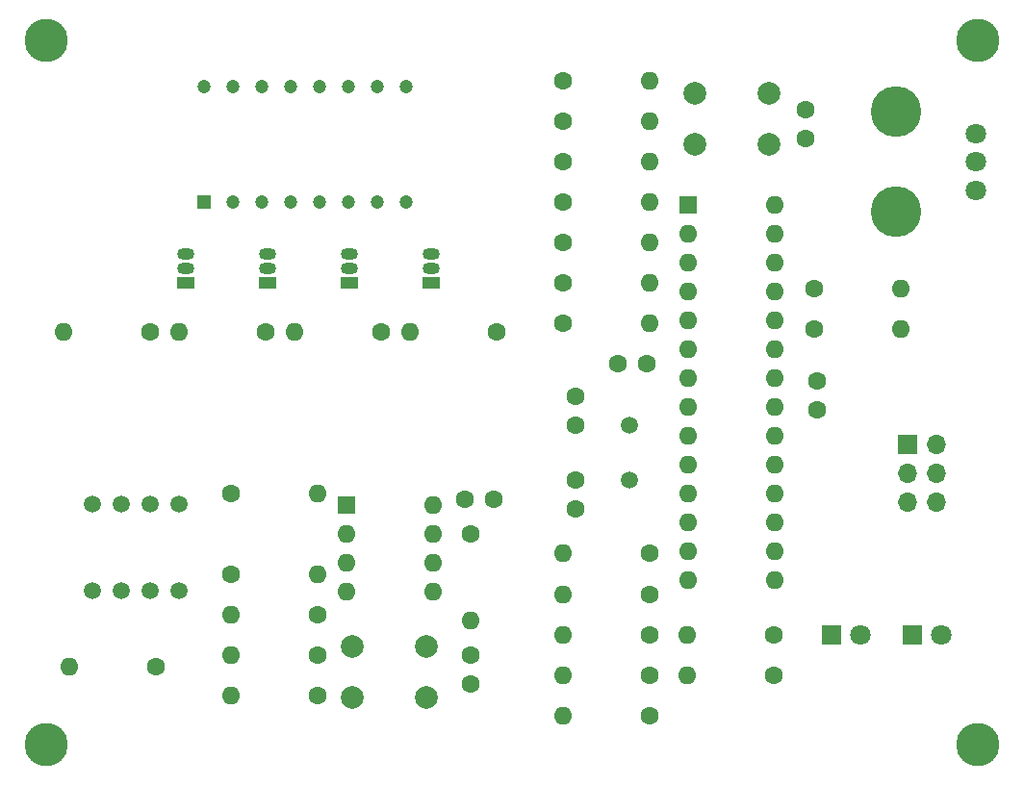
<source format=gbr>
%TF.GenerationSoftware,KiCad,Pcbnew,7.0.0-da2b9df05c~171~ubuntu22.04.1*%
%TF.CreationDate,2023-03-13T21:40:03+08:00*%
%TF.ProjectId,circuit,63697263-7569-4742-9e6b-696361645f70,1.0*%
%TF.SameCoordinates,Original*%
%TF.FileFunction,Soldermask,Top*%
%TF.FilePolarity,Negative*%
%FSLAX46Y46*%
G04 Gerber Fmt 4.6, Leading zero omitted, Abs format (unit mm)*
G04 Created by KiCad (PCBNEW 7.0.0-da2b9df05c~171~ubuntu22.04.1) date 2023-03-13 21:40:03*
%MOMM*%
%LPD*%
G01*
G04 APERTURE LIST*
%ADD10C,1.600000*%
%ADD11O,1.600000X1.600000*%
%ADD12C,2.000000*%
%ADD13C,2.600000*%
%ADD14C,3.800000*%
%ADD15C,1.500000*%
%ADD16R,1.500000X1.050000*%
%ADD17O,1.500000X1.050000*%
%ADD18R,1.600000X1.600000*%
%ADD19R,1.800000X1.800000*%
%ADD20C,1.800000*%
%ADD21R,1.200000X1.200000*%
%ADD22C,1.200000*%
%ADD23R,1.700000X1.700000*%
%ADD24O,1.700000X1.700000*%
%ADD25C,4.460000*%
G04 APERTURE END LIST*
D10*
%TO.C,R27*%
X114046000Y-87376000D03*
D11*
X106425999Y-87375999D03*
%TD*%
D12*
%TO.C,SW3*%
X87936000Y-81306000D03*
X94436000Y-81306000D03*
X87936000Y-85806000D03*
X94436000Y-85806000D03*
%TD*%
%TO.C,SW1*%
X118025000Y-32600000D03*
X124525000Y-32600000D03*
X118025000Y-37100000D03*
X124525000Y-37100000D03*
%TD*%
D10*
%TO.C,R24*%
X77216000Y-74930000D03*
D11*
X84835999Y-74929999D03*
%TD*%
D10*
%TO.C,R15*%
X84836000Y-78486000D03*
D11*
X77215999Y-78485999D03*
%TD*%
D10*
%TO.C,R5*%
X106426000Y-45720000D03*
D11*
X114045999Y-45719999D03*
%TD*%
D10*
%TO.C,R4*%
X106426000Y-49276000D03*
D11*
X114045999Y-49275999D03*
%TD*%
D10*
%TO.C,R23*%
X80264000Y-53594000D03*
D11*
X72643999Y-53593999D03*
%TD*%
D10*
%TO.C,R25*%
X90424000Y-53594000D03*
D11*
X82803999Y-53593999D03*
%TD*%
D13*
%TO.C,H4*%
X142960000Y-89940000D03*
D14*
X142960000Y-89940000D03*
%TD*%
D11*
%TO.C,R20*%
X106425999Y-80263999D03*
D10*
X114046000Y-80264000D03*
%TD*%
%TO.C,R10*%
X128524000Y-49784000D03*
D11*
X136143999Y-49783999D03*
%TD*%
D13*
%TO.C,H1*%
X142960000Y-27940000D03*
D14*
X142960000Y-27940000D03*
%TD*%
D10*
%TO.C,C6*%
X98298000Y-82062000D03*
X98298000Y-84562000D03*
%TD*%
D15*
%TO.C,Y1*%
X112317750Y-66675000D03*
X112317750Y-61795000D03*
%TD*%
D10*
%TO.C,R3*%
X106426000Y-52832000D03*
D11*
X114045999Y-52831999D03*
%TD*%
D10*
%TO.C,C3*%
X107559000Y-69175000D03*
X107559000Y-66675000D03*
%TD*%
%TO.C,R6*%
X106426000Y-42164000D03*
D11*
X114045999Y-42163999D03*
%TD*%
D16*
%TO.C,Q4*%
X94850624Y-49275999D03*
D17*
X94850624Y-48005999D03*
X94850624Y-46735999D03*
%TD*%
D18*
%TO.C,U3*%
X87385999Y-68833999D03*
D11*
X87385999Y-71373999D03*
X87385999Y-73913999D03*
X87385999Y-76453999D03*
X95005999Y-76453999D03*
X95005999Y-73913999D03*
X95005999Y-71373999D03*
X95005999Y-68833999D03*
%TD*%
D18*
%TO.C,U1*%
X117474999Y-42439999D03*
D11*
X117474999Y-44979999D03*
X117474999Y-47519999D03*
X117474999Y-50059999D03*
X117474999Y-52599999D03*
X117474999Y-55139999D03*
X117474999Y-57679999D03*
X117474999Y-60219999D03*
X117474999Y-62759999D03*
X117474999Y-65299999D03*
X117474999Y-67839999D03*
X117474999Y-70379999D03*
X117474999Y-72919999D03*
X117474999Y-75459999D03*
X125094999Y-75459999D03*
X125094999Y-72919999D03*
X125094999Y-70379999D03*
X125094999Y-67839999D03*
X125094999Y-65299999D03*
X125094999Y-62759999D03*
X125094999Y-60219999D03*
X125094999Y-57679999D03*
X125094999Y-55139999D03*
X125094999Y-52599999D03*
X125094999Y-50059999D03*
X125094999Y-47519999D03*
X125094999Y-44979999D03*
X125094999Y-42439999D03*
%TD*%
D10*
%TO.C,R8*%
X124968000Y-80264000D03*
D11*
X117347999Y-80263999D03*
%TD*%
D10*
%TO.C,C4*%
X128778000Y-57932000D03*
X128778000Y-60432000D03*
%TD*%
%TO.C,R22*%
X114046000Y-83820000D03*
D11*
X106425999Y-83819999D03*
%TD*%
%TO.C,R18*%
X106425999Y-73062999D03*
D10*
X114046000Y-73063000D03*
%TD*%
%TO.C,C7*%
X97810000Y-68326000D03*
X100310000Y-68326000D03*
%TD*%
D11*
%TO.C,R19*%
X106425999Y-76707999D03*
D10*
X114046000Y-76708000D03*
%TD*%
D13*
%TO.C,H3*%
X60960000Y-27940000D03*
D14*
X60960000Y-27940000D03*
%TD*%
D10*
%TO.C,R1*%
X106426000Y-31496000D03*
D11*
X114045999Y-31495999D03*
%TD*%
D10*
%TO.C,R14*%
X84836000Y-82042000D03*
D11*
X77215999Y-82041999D03*
%TD*%
D10*
%TO.C,C1*%
X127762000Y-34056000D03*
X127762000Y-36556000D03*
%TD*%
%TO.C,R21*%
X70104000Y-53594000D03*
D11*
X62483999Y-53593999D03*
%TD*%
D10*
%TO.C,R17*%
X98298000Y-71374000D03*
D11*
X98297999Y-78993999D03*
%TD*%
D10*
%TO.C,R7*%
X106426000Y-38608000D03*
D11*
X114045999Y-38607999D03*
%TD*%
D10*
%TO.C,C5*%
X113792000Y-56388000D03*
X111292000Y-56388000D03*
%TD*%
%TO.C,R2*%
X106426000Y-35052000D03*
D11*
X114045999Y-35051999D03*
%TD*%
D16*
%TO.C,Q1*%
X73260624Y-49275999D03*
D17*
X73260624Y-48005999D03*
X73260624Y-46735999D03*
%TD*%
D10*
%TO.C,R11*%
X124968000Y-83820000D03*
D11*
X117347999Y-83819999D03*
%TD*%
D10*
%TO.C,R26*%
X100584000Y-53594000D03*
D11*
X92963999Y-53593999D03*
%TD*%
D13*
%TO.C,H2*%
X60960000Y-89940000D03*
D14*
X60960000Y-89940000D03*
%TD*%
D16*
%TO.C,Q3*%
X87653956Y-49275999D03*
D17*
X87653956Y-48005999D03*
X87653956Y-46735999D03*
%TD*%
D10*
%TO.C,R12*%
X70612000Y-83058000D03*
D11*
X62991999Y-83057999D03*
%TD*%
D16*
%TO.C,Q2*%
X80457290Y-49275999D03*
D17*
X80457290Y-48005999D03*
X80457290Y-46735999D03*
%TD*%
D19*
%TO.C,D2*%
X137159999Y-80263999D03*
D20*
X139700000Y-80264000D03*
%TD*%
D21*
%TO.C,U2*%
X74899999Y-42159999D03*
D22*
X77440000Y-42160000D03*
X79980000Y-42160000D03*
X82520000Y-42160000D03*
X85060000Y-42160000D03*
X87600000Y-42160000D03*
X90140000Y-42160000D03*
X92680000Y-42160000D03*
X92680000Y-32000000D03*
X90140000Y-32000000D03*
X87600000Y-32000000D03*
X85060000Y-32000000D03*
X82520000Y-32000000D03*
X79980000Y-32000000D03*
X77440000Y-32000000D03*
X74900000Y-32000000D03*
%TD*%
D10*
%TO.C,C2*%
X107559000Y-61795000D03*
X107559000Y-59295000D03*
%TD*%
D23*
%TO.C,J1*%
X136778999Y-63499999D03*
D24*
X139318999Y-63499999D03*
X136778999Y-66039999D03*
X139318999Y-66039999D03*
X136778999Y-68579999D03*
X139318999Y-68579999D03*
%TD*%
D10*
%TO.C,R9*%
X128524000Y-53340000D03*
D11*
X136143999Y-53339999D03*
%TD*%
D10*
%TO.C,R13*%
X84836000Y-85598000D03*
D11*
X77215999Y-85597999D03*
%TD*%
D15*
%TO.C,SW2*%
X65032000Y-76395000D03*
X67572000Y-76395000D03*
X70112000Y-76395000D03*
X72652000Y-76395000D03*
X65032000Y-68775000D03*
X67572000Y-68775000D03*
X70112000Y-68775000D03*
X72652000Y-68775000D03*
%TD*%
D20*
%TO.C,VR1*%
X142748000Y-41148000D03*
X142748000Y-38648000D03*
X142748000Y-36148000D03*
D25*
X135748000Y-43048000D03*
X135748000Y-34248000D03*
%TD*%
D19*
%TO.C,D1*%
X130047999Y-80263999D03*
D20*
X132588000Y-80264000D03*
%TD*%
D11*
%TO.C,R16*%
X84835999Y-67817999D03*
D10*
X77216000Y-67818000D03*
%TD*%
M02*

</source>
